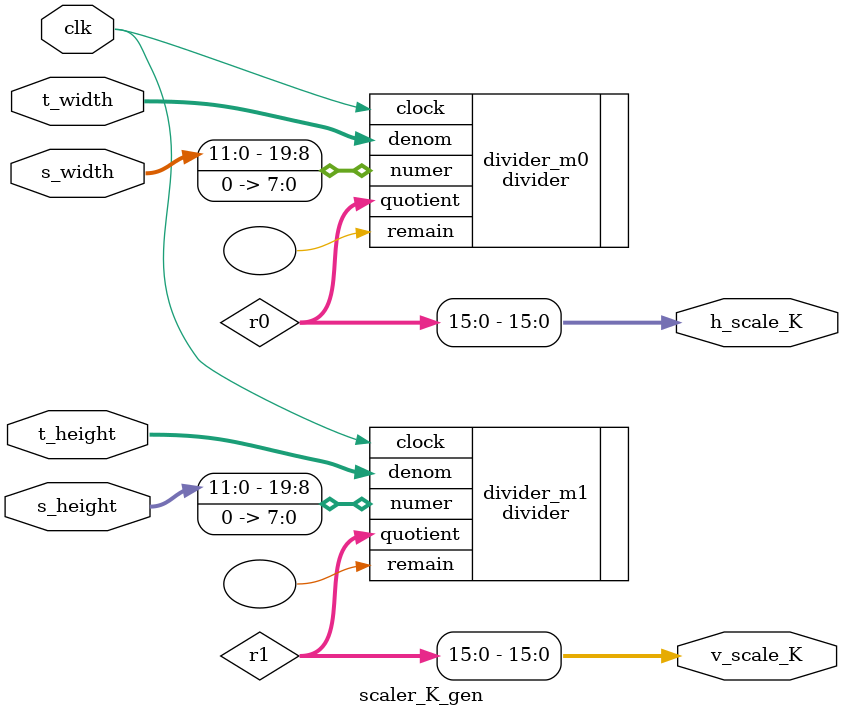
<source format=v>
module scaler_K_gen(
	input clk,
	input[11:0] s_width,
	input[11:0] s_height,
	input[11:0] t_width,
	input[11:0] t_height,
	output[15:0] h_scale_K,
	output[15:0] v_scale_K
);

wire[19:0] r0;
wire[19:0] r1;
assign h_scale_K = r0[15:0];
assign v_scale_K = r1[15:0];
`ifdef Xilinx
divider divider_m0(
	.clk(clk),
	.divisor(t_width),
	.dividend({s_width,8'd0}),
	.quotient(r0),
	.fractional());
divider divider_m1(
	.clk(clk),
	.divisor(t_height),
	.dividend({s_height,8'd0}),
	.quotient(r1),
	.fractional());
`else
divider divider_m0(
	.clock(clk),
	.denom(t_width),
	.numer({s_width,8'd0}),
	.quotient(r0),
	.remain());
divider divider_m1(
	.clock(clk),
	.denom(t_height),
	.numer({s_height,8'd0}),
	.quotient(r1),
	.remain());
`endif
endmodule 
</source>
